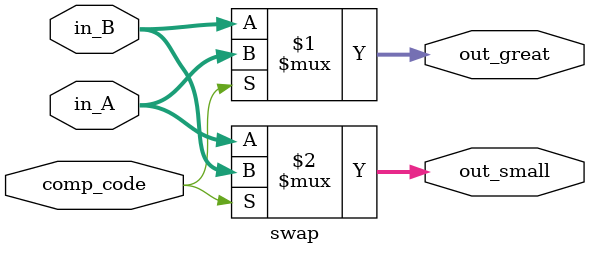
<source format=v>
module swap (comp_code, in_A, in_B, out_great, out_small);
parameter SIZE = 28;

input comp_code;
input [SIZE-1:0] in_A, in_B;
output [SIZE-1:0] out_great, out_small;

assign out_great = comp_code ? in_A : in_B;
assign out_small = comp_code ? in_B : in_A;

endmodule // swap

</source>
